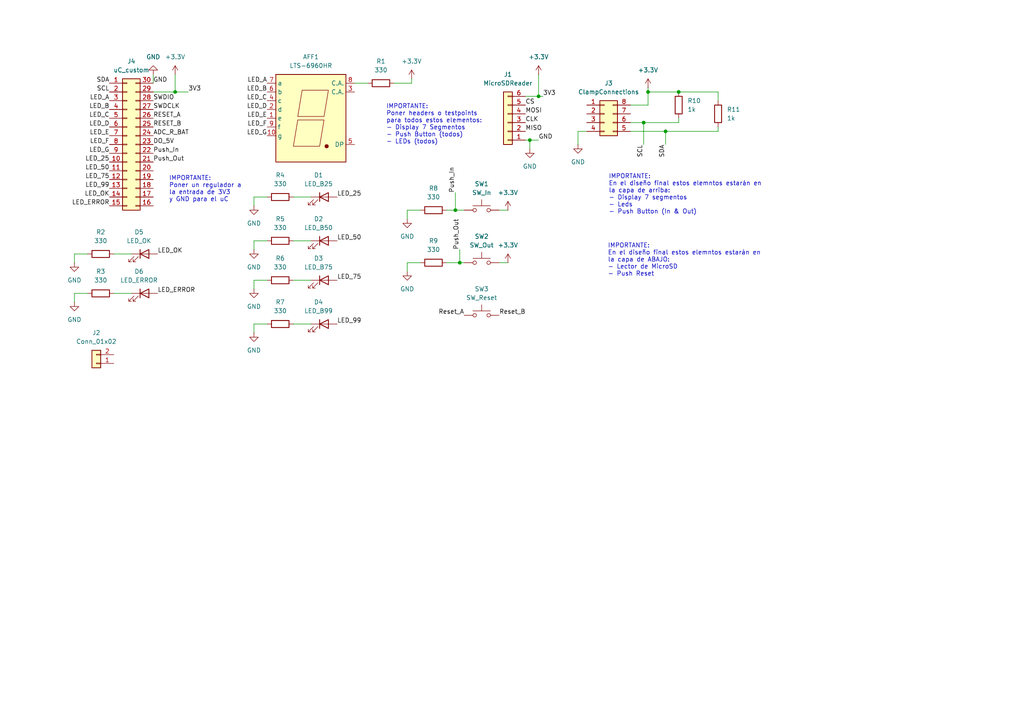
<source format=kicad_sch>
(kicad_sch (version 20231120) (generator "eeschema") (generator_version "8.0")
  (paper "A4")
  (lib_symbols
    (symbol "Connector_Generic:Conn_01x02" (pin_names (offset 1.016) hide)
      (property "Reference" "J" (at 0 2.54 0))
      (property "Value" "Conn_01x02" (at 0 -5.08 0))
      (symbol "Conn_01x02_1_1"
        (rectangle (start -1.27 -2.413) (end 0 -2.667) (stroke (width 0.1524)))
        (rectangle (start -1.27 0.127) (end 0 -0.127) (stroke (width 0.1524)))
        (rectangle (start -1.27 1.27) (end 1.27 -3.81) (stroke (width 0.254)) (fill (type background)))
        (pin passive line (at -5.08 0 0) (length 3.81) (name "Pin_1") (number "1"))
        (pin passive line (at -5.08 -2.54 0) (length 3.81) (name "Pin_2") (number "2"))
      )
    )
    (symbol "Connector_Generic:Conn_01x06" (pin_names (offset 1.016) hide)
      (property "Reference" "J" (at 0 7.62 0))
      (property "Value" "Conn_01x06" (at 0 -10.16 0))
      (symbol "Conn_01x06_1_1"
        (rectangle (start -1.27 -7.493) (end 0 -7.747) (stroke (width 0.1524)))
        (rectangle (start -1.27 -4.953) (end 0 -5.207) (stroke (width 0.1524)))
        (rectangle (start -1.27 -2.413) (end 0 -2.667) (stroke (width 0.1524)))
        (rectangle (start -1.27 0.127) (end 0 -0.127) (stroke (width 0.1524)))
        (rectangle (start -1.27 2.667) (end 0 2.413) (stroke (width 0.1524)))
        (rectangle (start -1.27 5.207) (end 0 4.953) (stroke (width 0.1524)))
        (rectangle (start -1.27 6.35) (end 1.27 -8.89) (stroke (width 0.254)) (fill (type background)))
        (pin passive line (at -5.08 5.08 0) (length 3.81) (name "Pin_1") (number "1"))
        (pin passive line (at -5.08 2.54 0) (length 3.81) (name "Pin_2") (number "2"))
        (pin passive line (at -5.08 0 0) (length 3.81) (name "Pin_3") (number "3"))
        (pin passive line (at -5.08 -2.54 0) (length 3.81) (name "Pin_4") (number "4"))
        (pin passive line (at -5.08 -5.08 0) (length 3.81) (name "Pin_5") (number "5"))
        (pin passive line (at -5.08 -7.62 0) (length 3.81) (name "Pin_6") (number "6"))
      )
    )
    (symbol "Connector_Generic:Conn_02x04_Counter_Clockwise" (pin_names (offset 1.016) hide)
      (property "Reference" "J" (at 1.27 5.08 0))
      (property "Value" "Conn_02x04_Counter_Clockwise" (at 1.27 -7.62 0))
      (symbol "Conn_02x04_Counter_Clockwise_1_1"
        (rectangle (start -1.27 -4.953) (end 0 -5.207) (stroke (width 0.1524)))
        (rectangle (start -1.27 -2.413) (end 0 -2.667) (stroke (width 0.1524)))
        (rectangle (start -1.27 0.127) (end 0 -0.127) (stroke (width 0.1524)))
        (rectangle (start -1.27 2.667) (end 0 2.413) (stroke (width 0.1524)))
        (rectangle (start -1.27 3.81) (end 3.81 -6.35) (stroke (width 0.254)) (fill (type background)))
        (rectangle (start 3.81 -4.953) (end 2.54 -5.207) (stroke (width 0.1524)))
        (rectangle (start 3.81 -2.413) (end 2.54 -2.667) (stroke (width 0.1524)))
        (rectangle (start 3.81 0.127) (end 2.54 -0.127) (stroke (width 0.1524)))
        (rectangle (start 3.81 2.667) (end 2.54 2.413) (stroke (width 0.1524)))
        (pin passive line (at -5.08 2.54 0) (length 3.81) (name "Pin_1") (number "1"))
        (pin passive line (at -5.08 0 0) (length 3.81) (name "Pin_2") (number "2"))
        (pin passive line (at -5.08 -2.54 0) (length 3.81) (name "Pin_3") (number "3"))
        (pin passive line (at -5.08 -5.08 0) (length 3.81) (name "Pin_4") (number "4"))
        (pin passive line (at 7.62 -5.08 180) (length 3.81) (name "Pin_5") (number "5"))
        (pin passive line (at 7.62 -2.54 180) (length 3.81) (name "Pin_6") (number "6"))
        (pin passive line (at 7.62 0 180) (length 3.81) (name "Pin_7") (number "7"))
        (pin passive line (at 7.62 2.54 180) (length 3.81) (name "Pin_8") (number "8"))
      )
    )
    (symbol "Connector_Generic:Conn_02x15_Counter_Clockwise" (pin_names (offset 1.016) hide)
      (property "Reference" "J" (at 1.27 20.32 0))
      (property "Value" "Conn_02x15_Counter_Clockwise" (at 1.27 -20.32 0))
      (symbol "Conn_02x15_Counter_Clockwise_1_1"
        (rectangle (start -1.27 -17.653) (end 0 -17.907) (stroke (width 0.1524)))
        (rectangle (start -1.27 -15.113) (end 0 -15.367) (stroke (width 0.1524)))
        (rectangle (start -1.27 -12.573) (end 0 -12.827) (stroke (width 0.1524)))
        (rectangle (start -1.27 -10.033) (end 0 -10.287) (stroke (width 0.1524)))
        (rectangle (start -1.27 -7.493) (end 0 -7.747) (stroke (width 0.1524)))
        (rectangle (start -1.27 -4.953) (end 0 -5.207) (stroke (width 0.1524)))
        (rectangle (start -1.27 -2.413) (end 0 -2.667) (stroke (width 0.1524)))
        (rectangle (start -1.27 0.127) (end 0 -0.127) (stroke (width 0.1524)))
        (rectangle (start -1.27 2.667) (end 0 2.413) (stroke (width 0.1524)))
        (rectangle (start -1.27 5.207) (end 0 4.953) (stroke (width 0.1524)))
        (rectangle (start -1.27 7.747) (end 0 7.493) (stroke (width 0.1524)))
        (rectangle (start -1.27 10.287) (end 0 10.033) (stroke (width 0.1524)))
        (rectangle (start -1.27 12.827) (end 0 12.573) (stroke (width 0.1524)))
        (rectangle (start -1.27 15.367) (end 0 15.113) (stroke (width 0.1524)))
        (rectangle (start -1.27 17.907) (end 0 17.653) (stroke (width 0.1524)))
        (rectangle (start -1.27 19.05) (end 3.81 -19.05) (stroke (width 0.254)) (fill (type background)))
        (rectangle (start 3.81 -17.653) (end 2.54 -17.907) (stroke (width 0.1524)))
        (rectangle (start 3.81 -15.113) (end 2.54 -15.367) (stroke (width 0.1524)))
        (rectangle (start 3.81 -12.573) (end 2.54 -12.827) (stroke (width 0.1524)))
        (rectangle (start 3.81 -10.033) (end 2.54 -10.287) (stroke (width 0.1524)))
        (rectangle (start 3.81 -7.493) (end 2.54 -7.747) (stroke (width 0.1524)))
        (rectangle (start 3.81 -4.953) (end 2.54 -5.207) (stroke (width 0.1524)))
        (rectangle (start 3.81 -2.413) (end 2.54 -2.667) (stroke (width 0.1524)))
        (rectangle (start 3.81 0.127) (end 2.54 -0.127) (stroke (width 0.1524)))
        (rectangle (start 3.81 2.667) (end 2.54 2.413) (stroke (width 0.1524)))
        (rectangle (start 3.81 5.207) (end 2.54 4.953) (stroke (width 0.1524)))
        (rectangle (start 3.81 7.747) (end 2.54 7.493) (stroke (width 0.1524)))
        (rectangle (start 3.81 10.287) (end 2.54 10.033) (stroke (width 0.1524)))
        (rectangle (start 3.81 12.827) (end 2.54 12.573) (stroke (width 0.1524)))
        (rectangle (start 3.81 15.367) (end 2.54 15.113) (stroke (width 0.1524)))
        (rectangle (start 3.81 17.907) (end 2.54 17.653) (stroke (width 0.1524)))
        (pin passive line (at -5.08 17.78 0) (length 3.81) (name "Pin_1") (number "1"))
        (pin passive line (at -5.08 -5.08 0) (length 3.81) (name "Pin_10") (number "10"))
        (pin passive line (at -5.08 -7.62 0) (length 3.81) (name "Pin_11") (number "11"))
        (pin passive line (at -5.08 -10.16 0) (length 3.81) (name "Pin_12") (number "12"))
        (pin passive line (at -5.08 -12.7 0) (length 3.81) (name "Pin_13") (number "13"))
        (pin passive line (at -5.08 -15.24 0) (length 3.81) (name "Pin_14") (number "14"))
        (pin passive line (at -5.08 -17.78 0) (length 3.81) (name "Pin_15") (number "15"))
        (pin passive line (at 7.62 -17.78 180) (length 3.81) (name "Pin_16") (number "16"))
        (pin passive line (at 7.62 -15.24 180) (length 3.81) (name "Pin_17") (number "17"))
        (pin passive line (at 7.62 -12.7 180) (length 3.81) (name "Pin_18") (number "18"))
        (pin passive line (at 7.62 -10.16 180) (length 3.81) (name "Pin_19") (number "19"))
        (pin passive line (at -5.08 15.24 0) (length 3.81) (name "Pin_2") (number "2"))
        (pin passive line (at 7.62 -7.62 180) (length 3.81) (name "Pin_20") (number "20"))
        (pin passive line (at 7.62 -5.08 180) (length 3.81) (name "Pin_21") (number "21"))
        (pin passive line (at 7.62 -2.54 180) (length 3.81) (name "Pin_22") (number "22"))
        (pin passive line (at 7.62 0 180) (length 3.81) (name "Pin_23") (number "23"))
        (pin passive line (at 7.62 2.54 180) (length 3.81) (name "Pin_24") (number "24"))
        (pin passive line (at 7.62 5.08 180) (length 3.81) (name "Pin_25") (number "25"))
        (pin passive line (at 7.62 7.62 180) (length 3.81) (name "Pin_26") (number "26"))
        (pin passive line (at 7.62 10.16 180) (length 3.81) (name "Pin_27") (number "27"))
        (pin passive line (at 7.62 12.7 180) (length 3.81) (name "Pin_28") (number "28"))
        (pin passive line (at 7.62 15.24 180) (length 3.81) (name "Pin_29") (number "29"))
        (pin passive line (at -5.08 12.7 0) (length 3.81) (name "Pin_3") (number "3"))
        (pin passive line (at 7.62 17.78 180) (length 3.81) (name "Pin_30") (number "30"))
        (pin passive line (at -5.08 10.16 0) (length 3.81) (name "Pin_4") (number "4"))
        (pin passive line (at -5.08 7.62 0) (length 3.81) (name "Pin_5") (number "5"))
        (pin passive line (at -5.08 5.08 0) (length 3.81) (name "Pin_6") (number "6"))
        (pin passive line (at -5.08 2.54 0) (length 3.81) (name "Pin_7") (number "7"))
        (pin passive line (at -5.08 0 0) (length 3.81) (name "Pin_8") (number "8"))
        (pin passive line (at -5.08 -2.54 0) (length 3.81) (name "Pin_9") (number "9"))
      )
    )
    (symbol "Device:LED" (pin_numbers hide) (pin_names (offset 1.016) hide)
      (property "Reference" "D" (at 0 2.54 0))
      (property "Value" "LED" (at 0 -2.54 0))
      (symbol "LED_0_1"
        (polyline (pts (xy -1.27 -1.27) (xy -1.27 1.27)) (stroke (width 0.254)))
        (polyline (pts (xy -1.27 0) (xy 1.27 0)))
        (polyline (pts (xy 1.27 -1.27) (xy 1.27 1.27) (xy -1.27 0) (xy 1.27 -1.27)) (stroke (width 0.254)))
        (polyline (pts (xy -3.048 -0.762) (xy -4.572 -2.286) (xy -3.81 -2.286) (xy -4.572 -2.286) (xy -4.572 -1.524)))
        (polyline (pts (xy -1.778 -0.762) (xy -3.302 -2.286) (xy -2.54 -2.286) (xy -3.302 -2.286) (xy -3.302 -1.524)))
      )
      (symbol "LED_1_1"
        (pin passive line (at -3.81 0 0) (length 2.54) (name "K") (number "1"))
        (pin passive line (at 3.81 0 180) (length 2.54) (name "A") (number "2"))
      )
    )
    (symbol "Device:R" (pin_numbers hide) (pin_names (offset 0))
      (property "Reference" "R" (at 2.032 0 90))
      (property "Value" "R" (at 0 0 90))
      (symbol "R_0_1"
        (rectangle (start -1.016 -2.54) (end 1.016 2.54) (stroke (width 0.254)))
      )
      (symbol "R_1_1"
        (pin passive line (at 0 3.81 270) (length 1.27) (name "~") (number "1"))
        (pin passive line (at 0 -3.81 90) (length 1.27) (name "~") (number "2"))
      )
    )
    (symbol "Display_Character:LTS-6960HR"
      (property "Reference" "AFF" (at -7.874 13.97 0))
      (property "Value" "LTS-6960HR" (at -2.032 13.97 0))
      (symbol "LTS-6960HR_0_1"
        (rectangle (start -10.16 12.7) (end 10.16 -12.7) (stroke (width 0.254)) (fill (type background)))
        (polyline (pts (xy -3.81 -0.508) (xy 3.81 -0.508) (xy 2.54 -8.128) (xy -5.08 -8.128) (xy -3.81 -0.508) (xy -3.81 -0.508)))
        (polyline (pts (xy -2.54 8.128) (xy 5.08 8.128) (xy 3.81 0.508) (xy -3.81 0.508) (xy -2.54 8.128) (xy -2.54 8.128)))
        (circle (center 4.572 -8.128) (radius 0.508) (fill (type outline)))
      )
      (symbol "LTS-6960HR_1_1"
        (pin passive line (at -12.7 0 0) (length 2.54) (name "e") (number "1"))
        (pin passive line (at -12.7 -5.08 0) (length 2.54) (name "g") (number "10"))
        (pin passive line (at -12.7 2.54 0) (length 2.54) (name "d") (number "2"))
        (pin passive line (at 12.7 7.62 180) (length 2.54) (name "C.A.") (number "3"))
        (pin passive line (at -12.7 5.08 0) (length 2.54) (name "c") (number "4"))
        (pin passive line (at 12.7 -7.62 180) (length 2.54) (name "DP") (number "5"))
        (pin passive line (at -12.7 7.62 0) (length 2.54) (name "b") (number "6"))
        (pin passive line (at -12.7 10.16 0) (length 2.54) (name "a") (number "7"))
        (pin passive line (at 12.7 10.16 180) (length 2.54) (name "C.A.") (number "8"))
        (pin passive line (at -12.7 -2.54 0) (length 2.54) (name "f") (number "9"))
      )
    )
    (symbol "Switch:SW_Push" (pin_numbers hide) (pin_names (offset 1.016) hide)
      (property "Reference" "SW" (at 1.27 2.54 0))
      (property "Value" "SW_Push" (at 0 -1.524 0))
      (symbol "SW_Push_0_1"
        (circle (center -2.032 0) (radius 0.508))
        (polyline (pts (xy 0 1.27) (xy 0 3.048)))
        (polyline (pts (xy 2.54 1.27) (xy -2.54 1.27)))
        (circle (center 2.032 0) (radius 0.508))
        (pin passive line (at -5.08 0 0) (length 2.54) (name "1") (number "1"))
        (pin passive line (at 5.08 0 180) (length 2.54) (name "2") (number "2"))
      )
    )
    (symbol "power:+3.3V" (power) (pin_numbers hide) (pin_names (offset 0) hide)
      (property "Value" "+3.3V" (at 0 3.556 0))
      (symbol "+3.3V_0_1"
        (polyline (pts (xy -0.762 1.27) (xy 0 2.54)))
        (polyline (pts (xy 0 0) (xy 0 2.54)))
        (polyline (pts (xy 0 2.54) (xy 0.762 1.27)))
      )
      (symbol "+3.3V_1_1"
        (pin power_in line (at 0 0 90) (length 0) (name "~") (number "1"))
      )
    )
    (symbol "power:GND" (power) (pin_numbers hide) (pin_names (offset 0) hide)
      (property "Value" "GND" (at 0 -3.81 0))
      (symbol "GND_0_1"
        (polyline (pts (xy 0 0) (xy 0 -1.27) (xy 1.27 -1.27) (xy 0 -2.54) (xy -1.27 -1.27) (xy 0 -1.27)))
      )
      (symbol "GND_1_1"
        (pin power_in line (at 0 0 270) (length 0) (name "~") (number "1"))
      )
    )
  )
  (junction (at 187.96 26.67))
  (junction (at 50.8 26.67))
  (junction (at 186.69 35.56))
  (junction (at 132.08 60.96))
  (junction (at 133.35 76.2))
  (junction (at 156.21 27.94))
  (junction (at 196.85 26.67))
  (junction (at 153.67 40.64))
  (junction (at 193.04 38.1))
  (wire (pts (xy 156.21 21.59) (xy 156.21 27.94)))
  (wire (pts (xy 187.96 30.48) (xy 187.96 26.67)))
  (wire (pts (xy 182.88 38.1) (xy 193.04 38.1)))
  (wire (pts (xy 73.66 96.52) (xy 73.66 93.98)))
  (wire (pts (xy 187.96 26.67) (xy 196.85 26.67)))
  (wire (pts (xy 50.8 21.59) (xy 50.8 26.67)))
  (wire (pts (xy 186.69 35.56) (xy 182.88 35.56)))
  (wire (pts (xy 187.96 26.67) (xy 187.96 25.4)))
  (wire (pts (xy 114.3 24.13) (xy 119.38 24.13)))
  (wire (pts (xy 118.11 60.96) (xy 121.92 60.96)))
  (wire (pts (xy 170.18 38.1) (xy 167.64 38.1)))
  (wire (pts (xy 21.59 87.63) (xy 21.59 85.09)))
  (wire (pts (xy 186.69 35.56) (xy 186.69 41.91)))
  (wire (pts (xy 73.66 57.15) (xy 77.47 57.15)))
  (wire (pts (xy 21.59 76.2) (xy 21.59 73.66)))
  (wire (pts (xy 196.85 35.56) (xy 186.69 35.56)))
  (wire (pts (xy 157.48 27.94) (xy 156.21 27.94)))
  (wire (pts (xy 208.28 26.67) (xy 196.85 26.67)))
  (wire (pts (xy 208.28 38.1) (xy 208.28 36.83)))
  (wire (pts (xy 44.45 21.59) (xy 44.45 24.13)))
  (wire (pts (xy 156.21 27.94) (xy 152.4 27.94)))
  (wire (pts (xy 153.67 40.64) (xy 152.4 40.64)))
  (wire (pts (xy 73.66 69.85) (xy 77.47 69.85)))
  (wire (pts (xy 73.66 59.69) (xy 73.66 57.15)))
  (wire (pts (xy 134.62 76.2) (xy 133.35 76.2)))
  (wire (pts (xy 133.35 76.2) (xy 129.54 76.2)))
  (wire (pts (xy 73.66 93.98) (xy 77.47 93.98)))
  (wire (pts (xy 196.85 34.29) (xy 196.85 35.56)))
  (wire (pts (xy 119.38 24.13) (xy 119.38 22.86)))
  (wire (pts (xy 182.88 30.48) (xy 187.96 30.48)))
  (wire (pts (xy 73.66 72.39) (xy 73.66 69.85)))
  (wire (pts (xy 33.02 73.66) (xy 38.1 73.66)))
  (wire (pts (xy 21.59 73.66) (xy 25.4 73.66)))
  (wire (pts (xy 90.17 93.98) (xy 85.09 93.98)))
  (wire (pts (xy 193.04 38.1) (xy 208.28 38.1)))
  (wire (pts (xy 50.8 26.67) (xy 44.45 26.67)))
  (wire (pts (xy 156.21 40.64) (xy 153.67 40.64)))
  (wire (pts (xy 118.11 78.74) (xy 118.11 76.2)))
  (wire (pts (xy 118.11 63.5) (xy 118.11 60.96)))
  (wire (pts (xy 54.61 26.67) (xy 50.8 26.67)))
  (wire (pts (xy 208.28 29.21) (xy 208.28 26.67)))
  (wire (pts (xy 90.17 81.28) (xy 85.09 81.28)))
  (wire (pts (xy 133.35 76.2) (xy 133.35 72.39)))
  (wire (pts (xy 21.59 85.09) (xy 25.4 85.09)))
  (wire (pts (xy 167.64 38.1) (xy 167.64 41.91)))
  (wire (pts (xy 147.32 60.96) (xy 144.78 60.96)))
  (wire (pts (xy 73.66 81.28) (xy 77.47 81.28)))
  (wire (pts (xy 73.66 83.82) (xy 73.66 81.28)))
  (wire (pts (xy 132.08 60.96) (xy 134.62 60.96)))
  (wire (pts (xy 147.32 76.2) (xy 144.78 76.2)))
  (wire (pts (xy 90.17 57.15) (xy 85.09 57.15)))
  (wire (pts (xy 102.87 24.13) (xy 106.68 24.13)))
  (wire (pts (xy 153.67 40.64) (xy 153.67 43.18)))
  (wire (pts (xy 38.1 85.09) (xy 33.02 85.09)))
  (wire (pts (xy 132.08 55.88) (xy 132.08 60.96)))
  (wire (pts (xy 118.11 76.2) (xy 121.92 76.2)))
  (wire (pts (xy 193.04 38.1) (xy 193.04 41.91)))
  (wire (pts (xy 129.54 60.96) (xy 132.08 60.96)))
  (wire (pts (xy 90.17 69.85) (xy 85.09 69.85)))
  (text "IMPORTANTE:\nPoner headers o testpoints\npara todos estos elementos:\n- Display 7 Segmentos\n- Push Button (todos)\n- LEDs (todos)" (at 112.014 36.068 0) (effects (font (size 1.27 1.27)) (justify left)))
  (text "IMPORTANTE:\nPoner un regulador a\nla entrada de 3V3\ny GND para el uC" (at 49.022 54.864 0) (effects (font (size 1.27 1.27)) (justify left)))
  (text "IMPORTANTE:\nEn el diseño final estos elemntos estarán en\nla capa de ABAJO:\n- Lector de MicroSD\n- Push Reset" (at 176.276 75.438 0) (effects (font (size 1.27 1.27)) (justify left)))
  (text "IMPORTANTE:\nEn el diseño final estos elemntos estarán en\nla capa de arriba:\n- Display 7 segmentos\n- Leds\n- Push Button (In & Out)" (at 176.53 56.388 0) (effects (font (size 1.27 1.27)) (justify left)))
  (label "LED_D" (at 77.47 31.75 180))
  (label "LED_G" (at 77.47 39.37 180))
  (label "LED_D" (at 31.75 36.83 180))
  (label "Push_In" (at 132.08 55.88 90))
  (label "CLK" (at 152.4 35.56 0))
  (label "SDA" (at 193.04 41.91 270))
  (label "ADC_R_BAT" (at 44.45 39.37 0))
  (label "MISO" (at 152.4 38.1 0))
  (label "RESET_A" (at 44.45 34.29 0))
  (label "LED_ERROR" (at 45.72 85.09 0))
  (label "SWDIO" (at 44.45 29.21 0))
  (label "LED_B" (at 31.75 31.75 180))
  (label "LED_B" (at 77.47 26.67 180))
  (label "LED_OK" (at 31.75 57.15 180))
  (label "LED_A" (at 31.75 29.21 180))
  (label "LED_C" (at 77.47 29.21 180))
  (label "LED_75" (at 31.75 52.07 180))
  (label "LED_C" (at 31.75 34.29 180))
  (label "SCL" (at 186.69 41.91 270))
  (label "LED_99" (at 97.79 93.98 0))
  (label "Push_Out" (at 133.35 72.39 90))
  (label "Reset_A" (at 134.62 91.44 180))
  (label "GND" (at 156.21 40.64 0))
  (label "Reset_B" (at 144.78 91.44 0))
  (label "LED_F" (at 31.75 41.91 180))
  (label "SDA" (at 31.75 24.13 180))
  (label "SWDCLK" (at 44.45 31.75 0))
  (label "Push_Out" (at 44.45 46.99 0))
  (label "RESET_B" (at 44.45 36.83 0))
  (label "LED_E" (at 31.75 39.37 180))
  (label "LED_75" (at 97.79 81.28 0))
  (label "LED_ERROR" (at 31.75 59.69 180))
  (label "SCL" (at 31.75 26.67 180))
  (label "3V3" (at 54.61 26.67 0))
  (label "LED_G" (at 31.75 44.45 180))
  (label "Push_In" (at 44.45 44.45 0))
  (label "LED_F" (at 77.47 36.83 180))
  (label "LED_99" (at 31.75 54.61 180))
  (label "GND" (at 44.45 24.13 0))
  (label "LED_50" (at 31.75 49.53 180))
  (label "LED_25" (at 31.75 46.99 180))
  (label "CS" (at 152.4 30.48 0))
  (label "LED_A" (at 77.47 24.13 180))
  (label "3V3" (at 157.48 27.94 0))
  (label "LED_E" (at 77.47 34.29 180))
  (label "LED_25" (at 97.79 57.15 0))
  (label "DO_5V" (at 44.45 41.91 0))
  (label "MOSI" (at 152.4 33.02 0))
  (label "LED_OK" (at 45.72 73.66 0))
  (label "LED_50" (at 97.79 69.85 0))
  (symbol (lib_id "Device:R") (at 29.21 73.66 270) (unit 1)
    (property "Reference" "R2" (at 29.21 67.31 90))
    (property "Value" "330" (at 29.21 69.85 90))
    (property "Description" "Resistor" (effects (hide yes)))
  )
  (symbol (lib_id "power:GND") (at 73.66 83.82 0) (unit 1)
    (property "Reference" "#PWR06" (effects (hide yes)))
    (property "Value" "GND" (at 73.66 88.9 0))
    (property "Description" "Power symbol creates a global label with name \"GND\" , ground" (effects (hide yes)))
  )
  (symbol (lib_id "power:+3.3V") (at 147.32 60.96 0) (unit 1)
    (property "Reference" "#PWR010" (effects (hide yes)))
    (property "Value" "+3.3V" (at 147.32 55.88 0))
    (property "Description" "Power symbol creates a global label with name \"+3.3V\"" (effects (hide yes)))
  )
  (symbol (lib_id "power:GND") (at 44.45 21.59 180) (unit 1)
    (property "Reference" "#PWR01" (effects (hide yes)))
    (property "Value" "GND" (at 44.45 16.51 0))
    (property "Description" "Power symbol creates a global label with name \"GND\" , ground" (effects (hide yes)))
  )
  (symbol (lib_id "Connector_Generic:Conn_02x15_Counter_Clockwise") (at 36.83 41.91 0) (unit 1)
    (property "Reference" "J4" (at 38.1 17.78 0))
    (property "Value" "uC_custom" (at 38.1 20.32 0))
    (property "Description" "Generic connector, double row, 02x15, counter clockwise pin numbering scheme (similar to DIP package numbering), script generated (kicad-library-utils/schlib/autogen/connector/)" (effects (hide yes)))
  )
  (symbol (lib_id "Device:LED") (at 93.98 69.85 0) (unit 1)
    (property "Reference" "D2" (at 92.3925 63.5 0))
    (property "Value" "LED_B50" (at 92.3925 66.04 0))
    (property "Description" "Light emitting diode" (effects (hide yes)))
  )
  (symbol (lib_id "Device:R") (at 208.28 33.02 0) (unit 1)
    (property "Reference" "R11" (at 210.82 31.7499 0) (effects (justify left)))
    (property "Value" "1k" (at 210.82 34.2899 0) (effects (justify left)))
    (property "Description" "Resistor" (effects (hide yes)))
  )
  (symbol (lib_id "power:GND") (at 21.59 87.63 0) (unit 1)
    (property "Reference" "#PWR03" (effects (hide yes)))
    (property "Value" "GND" (at 21.59 92.71 0))
    (property "Description" "Power symbol creates a global label with name \"GND\" , ground" (effects (hide yes)))
  )
  (symbol (lib_id "power:+3.3V") (at 50.8 21.59 0) (unit 1)
    (property "Reference" "#PWR09" (effects (hide yes)))
    (property "Value" "+3.3V" (at 50.8 16.51 0))
    (property "Description" "Power symbol creates a global label with name \"+3.3V\"" (effects (hide yes)))
  )
  (symbol (lib_id "Connector_Generic:Conn_01x02") (at 27.94 105.41 180) (unit 1)
    (property "Reference" "J2" (at 27.94 96.52 0))
    (property "Value" "Conn_01x02" (at 27.94 99.06 0))
    (property "Description" "Generic connector, single row, 01x02, script generated (kicad-library-utils/schlib/autogen/connector/)" (effects (hide yes)))
  )
  (symbol (lib_id "Device:R") (at 29.21 85.09 270) (unit 1)
    (property "Reference" "R3" (at 29.21 78.74 90))
    (property "Value" "330" (at 29.21 81.28 90))
    (property "Description" "Resistor" (effects (hide yes)))
  )
  (symbol (lib_id "Device:R") (at 125.73 76.2 270) (unit 1)
    (property "Reference" "R9" (at 125.73 69.85 90))
    (property "Value" "330" (at 125.73 72.39 90))
    (property "Description" "Resistor" (effects (hide yes)))
  )
  (symbol (lib_id "Device:LED") (at 93.98 81.28 0) (unit 1)
    (property "Reference" "D3" (at 92.3925 74.93 0))
    (property "Value" "LED_B75" (at 92.3925 77.47 0))
    (property "Description" "Light emitting diode" (effects (hide yes)))
  )
  (symbol (lib_id "Device:LED") (at 41.91 73.66 0) (unit 1)
    (property "Reference" "D5" (at 40.3225 67.31 0))
    (property "Value" "LED_OK" (at 40.3225 69.85 0))
    (property "Description" "Light emitting diode" (effects (hide yes)))
  )
  (symbol (lib_id "Display_Character:LTS-6960HR") (at 90.17 34.29 0) (unit 1)
    (property "Reference" "AFF1" (at 90.17 16.51 0))
    (property "Value" "LTS-6960HR" (at 90.17 19.05 0))
    (property "Footprint" "Display_7Segment:7SegmentLED_LTS6760_LTS6780" (effects (hide yes)))
    (property "Datasheet" "https://datasheet.octopart.com/LTS-6960HR-Lite-On-datasheet-11803242.pdf" (effects (hide yes)))
    (property "Description" "DISPLAY 7 SEGMENTS common A." (effects (hide yes)))
  )
  (symbol (lib_id "Device:LED") (at 93.98 57.15 0) (unit 1)
    (property "Reference" "D1" (at 92.3925 50.8 0))
    (property "Value" "LED_B25" (at 92.3925 53.34 0))
    (property "Description" "Light emitting diode" (effects (hide yes)))
  )
  (symbol (lib_id "Device:LED") (at 41.91 85.09 0) (unit 1)
    (property "Reference" "D6" (at 40.3225 78.74 0))
    (property "Value" "LED_ERROR" (at 40.3225 81.28 0))
    (property "Description" "Light emitting diode" (effects (hide yes)))
  )
  (symbol (lib_id "Device:R") (at 196.85 30.48 0) (unit 1)
    (property "Reference" "R10" (at 199.39 29.2099 0) (effects (justify left)))
    (property "Value" "1k" (at 199.39 31.7499 0) (effects (justify left)))
    (property "Description" "Resistor" (effects (hide yes)))
  )
  (symbol (lib_id "power:GND") (at 118.11 63.5 0) (unit 1)
    (property "Reference" "#PWR08" (effects (hide yes)))
    (property "Value" "GND" (at 118.11 68.58 0))
    (property "Description" "Power symbol creates a global label with name \"GND\" , ground" (effects (hide yes)))
  )
  (symbol (lib_id "power:GND") (at 73.66 59.69 0) (unit 1)
    (property "Reference" "#PWR04" (effects (hide yes)))
    (property "Value" "GND" (at 73.66 64.77 0))
    (property "Description" "Power symbol creates a global label with name \"GND\" , ground" (effects (hide yes)))
  )
  (symbol (lib_id "Device:R") (at 81.28 81.28 270) (unit 1)
    (property "Reference" "R6" (at 81.28 74.93 90))
    (property "Value" "330" (at 81.28 77.47 90))
    (property "Description" "Resistor" (effects (hide yes)))
  )
  (symbol (lib_id "power:GND") (at 118.11 78.74 0) (unit 1)
    (property "Reference" "#PWR011" (effects (hide yes)))
    (property "Value" "GND" (at 118.11 83.82 0))
    (property "Description" "Power symbol creates a global label with name \"GND\" , ground" (effects (hide yes)))
  )
  (symbol (lib_id "Device:LED") (at 93.98 93.98 0) (unit 1)
    (property "Reference" "D4" (at 92.3925 87.63 0))
    (property "Value" "LED_B99" (at 92.3925 90.17 0))
    (property "Description" "Light emitting diode" (effects (hide yes)))
  )
  (symbol (lib_id "Connector_Generic:Conn_02x04_Counter_Clockwise") (at 175.26 33.02 0) (unit 1)
    (property "Reference" "J3" (at 176.53 24.13 0))
    (property "Value" "ClampConnections" (at 176.53 26.67 0))
    (property "Footprint" "Connector_Hirose:Hirose_DF11-8DP-2DSA_2x04_P2.00mm_Vertical" (effects (hide yes)))
    (property "Description" "Generic connector, double row, 02x04, counter clockwise pin numbering scheme (similar to DIP package numbering), script generated (kicad-library-utils/schlib/autogen/connector/)" (effects (hide yes)))
  )
  (symbol (lib_id "Switch:SW_Push") (at 139.7 91.44 0) (unit 1)
    (property "Reference" "SW3" (at 139.7 83.82 0))
    (property "Value" "SW_Reset" (at 139.7 86.36 0))
    (property "Description" "Push button switch, generic, two pins" (effects (hide yes)))
  )
  (symbol (lib_id "power:+3.3V") (at 187.96 25.4 0) (unit 1)
    (property "Reference" "#PWR016" (effects (hide yes)))
    (property "Value" "+3.3V" (at 187.96 20.32 0))
    (property "Description" "Power symbol creates a global label with name \"+3.3V\"" (effects (hide yes)))
  )
  (symbol (lib_id "Device:R") (at 81.28 69.85 270) (unit 1)
    (property "Reference" "R5" (at 81.28 63.5 90))
    (property "Value" "330" (at 81.28 66.04 90))
    (property "Description" "Resistor" (effects (hide yes)))
  )
  (symbol (lib_id "Switch:SW_Push") (at 139.7 76.2 0) (unit 1)
    (property "Reference" "SW2" (at 139.7 68.58 0))
    (property "Value" "SW_Out" (at 139.7 71.12 0))
    (property "Description" "Push button switch, generic, two pins" (effects (hide yes)))
  )
  (symbol (lib_id "Switch:SW_Push") (at 139.7 60.96 0) (unit 1)
    (property "Reference" "SW1" (at 139.7 53.34 0))
    (property "Value" "SW_In" (at 139.7 55.88 0))
    (property "Description" "Push button switch, generic, two pins" (effects (hide yes)))
  )
  (symbol (lib_id "Device:R") (at 81.28 57.15 270) (unit 1)
    (property "Reference" "R4" (at 81.28 50.8 90))
    (property "Value" "330" (at 81.28 53.34 90))
    (property "Description" "Resistor" (effects (hide yes)))
  )
  (symbol (lib_id "Device:R") (at 81.28 93.98 270) (unit 1)
    (property "Reference" "R7" (at 81.28 87.63 90))
    (property "Value" "330" (at 81.28 90.17 90))
    (property "Description" "Resistor" (effects (hide yes)))
  )
  (symbol (lib_id "Device:R") (at 110.49 24.13 270) (unit 1)
    (property "Reference" "R1" (at 110.49 17.78 90))
    (property "Value" "330" (at 110.49 20.32 90))
    (property "Description" "Resistor" (effects (hide yes)))
  )
  (symbol (lib_id "Connector_Generic:Conn_01x06") (at 147.32 35.56 180) (unit 1)
    (property "Reference" "J1" (at 147.32 21.59 0))
    (property "Value" "MicroSDReader" (at 147.32 24.13 0))
    (property "Footprint" "Connector_Wire:SolderWire-2sqmm_1x06_P7.8mm_D2mm_OD3.9mm" (effects (hide yes)))
    (property "Description" "Generic connector, single row, 01x06, script generated (kicad-library-utils/schlib/autogen/connector/)" (effects (hide yes)))
  )
  (symbol (lib_id "power:GND") (at 73.66 96.52 0) (unit 1)
    (property "Reference" "#PWR07" (effects (hide yes)))
    (property "Value" "GND" (at 73.66 101.6 0))
    (property "Description" "Power symbol creates a global label with name \"GND\" , ground" (effects (hide yes)))
  )
  (symbol (lib_id "power:GND") (at 21.59 76.2 0) (unit 1)
    (property "Reference" "#PWR02" (effects (hide yes)))
    (property "Value" "GND" (at 21.59 81.28 0))
    (property "Description" "Power symbol creates a global label with name \"GND\" , ground" (effects (hide yes)))
  )
  (symbol (lib_id "power:GND") (at 167.64 41.91 0) (unit 1)
    (property "Reference" "#PWR017" (effects (hide yes)))
    (property "Value" "GND" (at 167.64 46.99 0))
    (property "Description" "Power symbol creates a global label with name \"GND\" , ground" (effects (hide yes)))
  )
  (symbol (lib_id "power:GND") (at 73.66 72.39 0) (unit 1)
    (property "Reference" "#PWR05" (effects (hide yes)))
    (property "Value" "GND" (at 73.66 77.47 0))
    (property "Description" "Power symbol creates a global label with name \"GND\" , ground" (effects (hide yes)))
  )
  (symbol (lib_id "power:+3.3V") (at 156.21 21.59 0) (unit 1)
    (property "Reference" "#PWR014" (effects (hide yes)))
    (property "Value" "+3.3V" (at 156.21 16.51 0))
    (property "Description" "Power symbol creates a global label with name \"+3.3V\"" (effects (hide yes)))
  )
  (symbol (lib_id "Device:R") (at 125.73 60.96 270) (unit 1)
    (property "Reference" "R8" (at 125.73 54.61 90))
    (property "Value" "330" (at 125.73 57.15 90))
    (property "Description" "Resistor" (effects (hide yes)))
  )
  (symbol (lib_id "power:+3.3V") (at 147.32 76.2 0) (unit 1)
    (property "Reference" "#PWR012" (effects (hide yes)))
    (property "Value" "+3.3V" (at 147.32 71.12 0))
    (property "Description" "Power symbol creates a global label with name \"+3.3V\"" (effects (hide yes)))
  )
  (symbol (lib_id "power:GND") (at 153.67 43.18 0) (unit 1)
    (property "Reference" "#PWR015" (effects (hide yes)))
    (property "Value" "GND" (at 153.67 48.26 0))
    (property "Description" "Power symbol creates a global label with name \"GND\" , ground" (effects (hide yes)))
  )
  (symbol (lib_id "power:+3.3V") (at 119.38 22.86 0) (unit 1)
    (property "Reference" "#PWR013" (effects (hide yes)))
    (property "Value" "+3.3V" (at 119.38 17.78 0))
    (property "Description" "Power symbol creates a global label with name \"+3.3V\"" (effects (hide yes)))
  )
)
</source>
